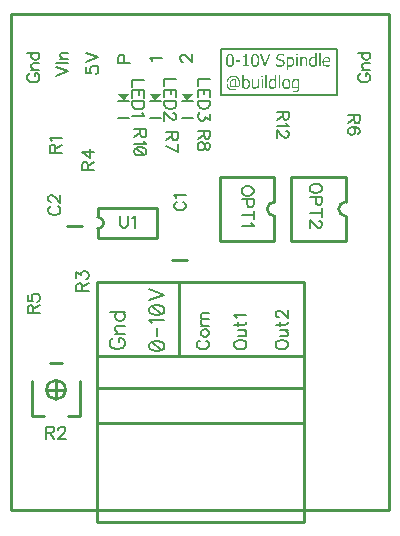
<source format=gbr>
G04 DipTrace 4.0.0.2*
G04 TopSilk.gbr*
%MOIN*%
G04 #@! TF.FileFunction,Legend,Top*
G04 #@! TF.Part,Single*
%ADD10C,0.009843*%
%ADD19C,0.008*%
%ADD28C,0.005906*%
%ADD56C,0.006176*%
%ADD57C,0.00772*%
%FSLAX26Y26*%
G04*
G70*
G90*
G75*
G01*
G04 TopSilk*
%LPD*%
X982071Y1227640D2*
D10*
X930929D1*
X1090949Y1502941D2*
Y1290374D1*
X1272051Y1502941D2*
X1090949D1*
Y1290374D2*
X1272051D1*
Y1502941D2*
Y1420290D1*
Y1290374D2*
Y1373025D1*
Y1420290D2*
G03X1272051Y1373025I-1J-23633D01*
G01*
X680909Y799094D2*
Y684945D1*
X1369886D1*
Y799094D1*
X680909D1*
Y905417D2*
Y354236D1*
X1369886D1*
Y905417D1*
X680909D1*
X683073Y1299112D2*
X879927D1*
X683073Y1401487D2*
X879927D1*
Y1299112D2*
Y1401487D1*
X683073Y1330605D2*
Y1299112D1*
Y1369993D2*
Y1401487D1*
Y1330605D2*
G03X683073Y1369993I-9J19694D01*
G01*
X632071Y1340140D2*
X580929D1*
X512500Y794004D2*
G02X512500Y794004I31500J0D01*
G01*
X575500Y793995D2*
X512500D1*
X544000Y762507D2*
Y825501D1*
X563677Y882583D2*
X524323D1*
X465259Y823524D2*
Y705425D1*
X504629D2*
X465259D1*
X583371D2*
X622741D1*
Y823524D1*
X1328449Y1502941D2*
Y1290374D1*
X1509551Y1502941D2*
X1328449D1*
Y1290374D2*
X1509551D1*
Y1502941D2*
Y1420290D1*
Y1290374D2*
Y1373025D1*
Y1420290D2*
G03X1509551Y1373025I-1J-23633D01*
G01*
X394000Y2047543D2*
Y394000D1*
X1653843D1*
Y2047543D1*
X394000D1*
G36*
X769000Y1756500D2*
X787751Y1781500D1*
X750249D1*
D1*
X769000Y1756500D1*
G37*
X787751D2*
D28*
X750249D1*
X787751Y1700249D2*
X750249D1*
G36*
X875251Y1756500D2*
X894001Y1781500D1*
X856500D1*
D1*
X875251Y1756500D1*
G37*
X894001D2*
D28*
X856500D1*
X894001Y1700249D2*
X856500D1*
G36*
X981500Y1756500D2*
X1000251Y1781500D1*
X962749D1*
D1*
X981500Y1756500D1*
G37*
X1000251D2*
D28*
X962749D1*
X1000251Y1700249D2*
X962749D1*
X680909Y1151874D2*
D10*
X955024D1*
Y905417D1*
X680909D1*
Y1151874D1*
X955024D2*
X1369886D1*
Y905417D1*
X955024D1*
Y1151874D1*
X1094000Y1931500D2*
D19*
X1481500D1*
Y1775249D1*
X1094000D1*
Y1931500D1*
G36*
X1390661Y1899303D2*
Y1898778D1*
X1389611Y1897728D1*
X1388561Y1895629D1*
X1387511Y1892479D1*
Y1881980D1*
X1388036Y1879881D1*
X1388561Y1878306D1*
X1390136Y1875156D1*
X1392761Y1872532D1*
X1394860Y1871482D1*
X1396435Y1870957D1*
X1401160D1*
X1402734Y1871482D1*
X1405884Y1873057D1*
X1407459Y1874631D1*
X1407948Y1874457D1*
X1408509Y1874106D1*
Y1872007D1*
X1413233D1*
Y1916101D1*
X1408509D1*
Y1902453D1*
X1407952Y1901883D1*
X1407680Y1901968D1*
X1407459Y1902453D1*
X1406409Y1902978D1*
X1403259Y1904028D1*
X1398010D1*
X1396435Y1903503D1*
X1393286Y1901928D1*
X1390661Y1899303D1*
X1398535D1*
X1400460Y1899828D1*
X1402385D1*
X1404309Y1899303D1*
X1406409Y1898778D1*
X1408509Y1897728D1*
Y1879356D1*
X1407459Y1878306D1*
X1404309Y1876731D1*
X1402734Y1876206D1*
X1400985Y1875681D1*
X1399235D1*
X1397485Y1876206D1*
X1395910Y1876731D1*
X1393811Y1878831D1*
Y1879356D1*
X1393286Y1880406D1*
X1392761Y1882505D1*
X1392236Y1883030D1*
Y1891429D1*
X1392761Y1891954D1*
X1393286Y1894054D1*
X1393811Y1895104D1*
X1394860Y1896679D1*
X1394963Y1897051D1*
X1395385Y1897728D1*
X1398535Y1899303D1*
X1390661D1*
G37*
G36*
X1421632Y1915576D2*
Y1872007D1*
X1426357D1*
Y1915576D1*
X1421632D1*
G37*
G36*
X1114021Y1909802D2*
X1113848Y1909165D1*
X1113496Y1908752D1*
X1112971Y1907702D1*
X1111921Y1904553D1*
X1111396Y1902453D1*
X1110871Y1899303D1*
Y1886180D1*
X1111396Y1883030D1*
X1111921Y1880931D1*
X1112971Y1877781D1*
X1113496Y1876731D1*
X1114546Y1875156D1*
X1117170Y1872532D1*
X1119270Y1871482D1*
X1121370Y1870957D1*
X1126619D1*
X1129769Y1872007D1*
X1131343Y1873057D1*
X1132918Y1874631D1*
X1133968Y1876206D1*
X1135018Y1878306D1*
X1136068Y1881456D1*
X1136593Y1884080D1*
X1137118Y1888280D1*
Y1896679D1*
X1136593Y1901403D1*
X1136068Y1904028D1*
X1135018Y1907177D1*
X1133968Y1909277D1*
X1132918Y1910852D1*
X1131343Y1912427D1*
X1128194Y1914001D1*
X1126094Y1914526D1*
X1121370D1*
X1119270Y1914001D1*
X1117170Y1912952D1*
X1114021Y1909802D1*
X1121370D1*
X1123119Y1910327D1*
X1124869D1*
X1126619Y1909802D1*
X1127669Y1909277D1*
X1129769Y1907177D1*
Y1906652D1*
X1130294Y1905603D1*
X1130818Y1903503D1*
X1131343Y1899828D1*
X1131868Y1899303D1*
Y1886180D1*
X1131343Y1885655D1*
X1130818Y1881980D1*
X1130294Y1879881D1*
X1129769Y1878831D1*
Y1878306D1*
X1127669Y1876206D1*
X1124519Y1875156D1*
X1122944D1*
X1121370Y1875681D1*
X1119270Y1876731D1*
X1118647Y1877321D1*
X1118745Y1877781D1*
X1117695Y1879356D1*
X1117170Y1880931D1*
X1116645Y1883555D1*
X1116120Y1884080D1*
Y1901403D1*
X1116645Y1901928D1*
X1117170Y1904553D1*
X1117695Y1906127D1*
X1118745Y1907702D1*
X1118847Y1908074D1*
X1119270Y1908752D1*
X1121370Y1909802D1*
X1114021D1*
G37*
G36*
X1198010D2*
X1197838Y1909165D1*
X1197485Y1908752D1*
X1196960Y1907702D1*
X1195910Y1904553D1*
X1195385Y1902453D1*
X1194860Y1899303D1*
Y1886180D1*
X1195385Y1883030D1*
X1195910Y1880931D1*
X1196960Y1877781D1*
X1197485Y1876731D1*
X1198535Y1875156D1*
X1201160Y1872532D1*
X1203259Y1871482D1*
X1205359Y1870957D1*
X1210609D1*
X1213758Y1872007D1*
X1215333Y1873057D1*
X1216908Y1874631D1*
X1217958Y1876206D1*
X1219007Y1878306D1*
X1220057Y1881456D1*
X1220582Y1884080D1*
X1221107Y1888280D1*
Y1896679D1*
X1220582Y1901403D1*
X1220057Y1904028D1*
X1219007Y1907177D1*
X1217958Y1909277D1*
X1216908Y1910852D1*
X1215333Y1912427D1*
X1212183Y1914001D1*
X1210084Y1914526D1*
X1205359D1*
X1203259Y1914001D1*
X1201160Y1912952D1*
X1198010Y1909802D1*
X1205359D1*
X1207109Y1910327D1*
X1208859D1*
X1210609Y1909802D1*
X1211658Y1909277D1*
X1213758Y1907177D1*
Y1906652D1*
X1214283Y1905603D1*
X1214808Y1903503D1*
X1215333Y1899828D1*
X1215858Y1899303D1*
Y1886180D1*
X1215333Y1885655D1*
X1214808Y1881980D1*
X1214283Y1879881D1*
X1213758Y1878831D1*
Y1878306D1*
X1211658Y1876206D1*
X1208509Y1875156D1*
X1206934D1*
X1205359Y1875681D1*
X1203259Y1876731D1*
X1202637Y1877321D1*
X1202734Y1877781D1*
X1201685Y1879356D1*
X1201160Y1880931D1*
X1200635Y1883555D1*
X1200110Y1884080D1*
Y1901403D1*
X1200635Y1901928D1*
X1201160Y1904553D1*
X1201685Y1906127D1*
X1202734Y1907702D1*
X1202837Y1908074D1*
X1203259Y1908752D1*
X1205359Y1909802D1*
X1198010D1*
G37*
G36*
X1289874Y1914526D2*
X1287774Y1914001D1*
X1286199Y1913477D1*
X1284099Y1912427D1*
X1280425Y1908752D1*
X1279375Y1906652D1*
X1278850Y1904553D1*
Y1900353D1*
X1279375Y1898253D1*
X1280425Y1896154D1*
X1283049Y1893529D1*
X1286199Y1891954D1*
X1287774Y1891429D1*
X1294073Y1889854D1*
X1297223Y1888805D1*
X1299322Y1887755D1*
X1299745Y1887077D1*
X1299847Y1886705D1*
X1300897Y1884080D1*
X1301422Y1883555D1*
Y1881456D1*
X1300897Y1880931D1*
X1300372Y1879356D1*
Y1878831D1*
X1298797Y1877256D1*
X1296698Y1876206D1*
X1295123Y1875681D1*
X1292848Y1875156D1*
X1290574D1*
X1288299Y1875681D1*
X1285149Y1876731D1*
X1280950Y1878831D1*
X1278850Y1880931D1*
Y1874106D1*
X1279375Y1873582D1*
X1282000Y1872532D1*
X1285149Y1871482D1*
X1288299Y1870957D1*
X1295123D1*
X1297223Y1871482D1*
X1298797Y1872007D1*
X1300897Y1873057D1*
X1302997Y1874631D1*
X1304572Y1876731D1*
X1305622Y1878831D1*
X1306147Y1880406D1*
X1306672Y1883030D1*
Y1884080D1*
X1306147Y1887230D1*
X1304572Y1890379D1*
X1302997Y1891954D1*
X1301422Y1893004D1*
X1300372Y1893529D1*
X1297223Y1894579D1*
X1290923Y1896154D1*
X1287774Y1897204D1*
X1286724Y1897728D1*
X1284624Y1899828D1*
Y1900878D1*
X1284099Y1901403D1*
Y1905078D1*
X1284624Y1905603D1*
X1285674Y1907177D1*
X1287249Y1908752D1*
X1288299Y1909277D1*
X1289874Y1909802D1*
X1291973Y1910327D1*
X1294073D1*
X1298273Y1909277D1*
X1299847Y1908752D1*
X1301947Y1907702D1*
X1302472Y1907177D1*
X1304572Y1905603D1*
Y1911902D1*
X1304047Y1912427D1*
X1302997Y1912952D1*
X1301422Y1913477D1*
X1299322Y1914001D1*
X1296173Y1914526D1*
X1289874D1*
G37*
G36*
X1175963Y1913477D2*
Y1912427D1*
X1175438Y1911902D1*
Y1910852D1*
X1173863Y1909277D1*
X1172813Y1908752D1*
X1170713Y1908227D1*
X1167564Y1907702D1*
Y1904553D1*
X1174913Y1904028D1*
Y1876206D1*
X1167564Y1875681D1*
Y1872007D1*
X1186986D1*
Y1875681D1*
X1179637Y1876206D1*
Y1913477D1*
X1175963D1*
G37*
G36*
X1223732D2*
Y1912952D1*
X1224257Y1911902D1*
X1228456Y1899303D1*
X1228981Y1898253D1*
X1233181Y1885655D1*
X1233706Y1884605D1*
X1237905Y1872007D1*
X1243679D1*
X1244204Y1872532D1*
X1248404Y1885130D1*
X1248929Y1886180D1*
X1253128Y1898778D1*
X1253653Y1899828D1*
X1257853Y1912427D1*
Y1913477D1*
X1253128D1*
X1252603Y1912952D1*
X1241580Y1879881D1*
X1241446Y1879261D1*
X1241024Y1878782D1*
X1240753Y1878870D1*
X1240415Y1879448D1*
X1240530Y1879881D1*
X1229506Y1912952D1*
X1228981Y1913477D1*
X1223732D1*
G37*
G36*
X1343942D2*
Y1908752D1*
X1349716D1*
Y1913477D1*
X1343942D1*
G37*
G36*
X1312446Y1898778D2*
Y1860458D1*
X1317170D1*
Y1873057D1*
X1317562Y1873394D1*
X1317834Y1873363D1*
X1318220Y1873057D1*
X1319270Y1872532D1*
X1322420Y1871482D1*
X1327669D1*
X1329244Y1872007D1*
X1331343Y1873057D1*
X1332918Y1874106D1*
X1334493Y1875681D1*
X1335543Y1877256D1*
X1337118Y1880406D1*
X1337643Y1881980D1*
X1338168Y1884080D1*
Y1893004D1*
X1337643Y1895104D1*
X1337118Y1896679D1*
X1335543Y1899828D1*
X1332918Y1902453D1*
X1330818Y1903503D1*
X1329244Y1904028D1*
X1325044D1*
X1322944Y1903503D1*
X1319795Y1901928D1*
X1318220Y1900353D1*
X1317451Y1900406D1*
X1317170Y1900878D1*
Y1902978D1*
X1312446D1*
Y1898778D1*
X1322944D1*
X1324694Y1899303D1*
X1326444D1*
X1328194Y1898778D1*
X1330294Y1897728D1*
X1331868Y1896154D1*
Y1895629D1*
X1332393Y1894054D1*
X1332918Y1891429D1*
X1333443Y1890904D1*
Y1884605D1*
X1332918Y1884080D1*
X1332393Y1881980D1*
X1331868Y1880406D1*
Y1879881D1*
X1329244Y1877256D1*
X1327144Y1876206D1*
X1325044Y1875681D1*
X1322944D1*
X1320845Y1876206D1*
X1317695Y1877256D1*
X1317170Y1877781D1*
Y1895629D1*
X1317695Y1896154D1*
X1318745Y1896679D1*
X1319270Y1897204D1*
X1321370Y1898253D1*
X1322944Y1898778D1*
X1312446D1*
G37*
G36*
X1370189Y1904028D2*
X1368089Y1903503D1*
X1365989Y1902453D1*
X1364414Y1901403D1*
X1363364Y1900353D1*
X1362808Y1899783D1*
X1362536Y1899868D1*
X1362315Y1900353D1*
Y1902978D1*
X1357590D1*
Y1872007D1*
X1362315D1*
Y1895104D1*
X1363889Y1896679D1*
X1364939Y1897204D1*
X1365464Y1897728D1*
X1366514Y1898253D1*
X1368089Y1898778D1*
X1369839Y1899303D1*
X1371588D1*
X1373338Y1898778D1*
X1374388Y1898253D1*
X1375963Y1896679D1*
Y1895629D1*
X1376488Y1890379D1*
X1377013Y1872007D1*
X1381212D1*
Y1896679D1*
X1380687Y1898253D1*
X1379637Y1900353D1*
X1377013Y1902978D1*
X1375963Y1903503D1*
X1373863Y1904028D1*
X1370189D1*
G37*
G36*
X1436330Y1899828D2*
X1435805Y1899303D1*
X1434755Y1897728D1*
X1433706Y1895629D1*
X1432656Y1892479D1*
X1432131Y1887755D1*
Y1887230D1*
X1432656Y1882505D1*
X1433706Y1879356D1*
X1434231Y1878306D1*
X1435280Y1876731D1*
X1437905Y1874106D1*
X1441055Y1872532D1*
X1442630Y1872007D1*
X1444729Y1871482D1*
X1451028D1*
X1455228Y1872532D1*
X1457853Y1873582D1*
X1458378Y1874106D1*
Y1879356D1*
X1457853Y1878831D1*
X1454703Y1877256D1*
X1453128Y1876731D1*
X1448929Y1875681D1*
X1446829D1*
X1444729Y1876206D1*
X1443154Y1876731D1*
X1441055Y1877781D1*
X1438430Y1880406D1*
Y1880931D1*
X1437905Y1882505D1*
X1437380Y1883030D1*
Y1886705D1*
X1458902Y1887230D1*
Y1894054D1*
X1458378Y1896154D1*
X1457853Y1897728D1*
X1456803Y1899303D1*
X1453653Y1902453D1*
X1451553Y1903503D1*
X1449454Y1904028D1*
X1444204D1*
X1442105Y1903503D1*
X1440530Y1902978D1*
X1439480Y1902453D1*
X1437380Y1900878D1*
X1436330Y1899828D1*
X1443679D1*
X1445604Y1900353D1*
X1447529D1*
X1449454Y1899828D1*
X1451553Y1898778D1*
X1453128Y1897204D1*
Y1896679D1*
X1453653Y1895629D1*
X1454178Y1893004D1*
X1454703Y1892479D1*
Y1891429D1*
X1448929Y1890904D1*
X1443154D1*
X1437380Y1891429D1*
Y1893529D1*
X1437905Y1894054D1*
X1438430Y1895629D1*
Y1896154D1*
X1441055Y1898778D1*
X1442105Y1899303D1*
X1443679Y1899828D1*
X1436330D1*
G37*
G36*
X1344467Y1902978D2*
Y1872007D1*
X1349191D1*
Y1902978D1*
X1344467D1*
G37*
G36*
X1142367Y1892479D2*
Y1887755D1*
X1157590D1*
Y1892479D1*
X1142367D1*
G37*
G36*
X1256278Y1825812D2*
Y1825288D1*
X1255228Y1824238D1*
X1254178Y1822138D1*
X1253128Y1818988D1*
Y1808490D1*
X1253653Y1806390D1*
X1254178Y1804815D1*
X1255753Y1801666D1*
X1258378Y1799041D1*
X1260477Y1797991D1*
X1262052Y1797466D1*
X1266776D1*
X1268351Y1797991D1*
X1271501Y1799566D1*
X1273076Y1801141D1*
X1273565Y1800966D1*
X1274126Y1800616D1*
Y1798516D1*
X1278850D1*
Y1842610D1*
X1274126D1*
Y1828962D1*
X1273569Y1828392D1*
X1273297Y1828477D1*
X1273076Y1828962D1*
X1272026Y1829487D1*
X1268876Y1830537D1*
X1263627D1*
X1262052Y1830012D1*
X1258902Y1828437D1*
X1256278Y1825812D1*
X1264152D1*
X1266077Y1826337D1*
X1268001D1*
X1269926Y1825812D1*
X1272026Y1825288D1*
X1274126Y1824238D1*
Y1805865D1*
X1273076Y1804815D1*
X1269926Y1803240D1*
X1268351Y1802715D1*
X1266602Y1802190D1*
X1264852D1*
X1263102Y1802715D1*
X1261527Y1803240D1*
X1259427Y1805340D1*
Y1805865D1*
X1258902Y1806915D1*
X1258378Y1809015D1*
X1257853Y1809540D1*
Y1817938D1*
X1258378Y1818463D1*
X1258902Y1820563D1*
X1259427Y1821613D1*
X1260477Y1823188D1*
X1260579Y1823560D1*
X1261002Y1824238D1*
X1264152Y1825812D1*
X1256278D1*
G37*
G36*
X1164939Y1825288D2*
Y1798516D1*
X1169139D1*
Y1799041D1*
X1169839Y1799566D1*
X1170539D1*
X1171238Y1799041D1*
X1173338Y1797991D1*
X1175438Y1797466D1*
X1180162D1*
X1181737Y1797991D1*
X1183837Y1799041D1*
X1185412Y1800091D1*
X1186986Y1801666D1*
X1188036Y1803240D1*
X1189611Y1806390D1*
X1190136Y1807965D1*
X1190661Y1810064D1*
Y1818988D1*
X1190136Y1821613D1*
X1189611Y1823188D1*
X1188561Y1825288D1*
X1187511Y1826862D1*
X1185412Y1828962D1*
X1183312Y1830012D1*
X1181737Y1830537D1*
X1177013D1*
X1175438Y1830012D1*
X1172288Y1828437D1*
X1170713Y1826862D1*
X1169944Y1826916D1*
X1169664Y1827387D1*
Y1842085D1*
X1164939D1*
Y1825288D1*
X1175438D1*
X1177188Y1825812D1*
X1178937D1*
X1180687Y1825288D1*
X1182787Y1824238D1*
X1184362Y1822663D1*
Y1822138D1*
X1184887Y1820563D1*
X1185412Y1817938D1*
X1185937Y1817414D1*
Y1810589D1*
X1185412Y1810064D1*
X1184887Y1807965D1*
X1184362Y1806390D1*
X1183312Y1804815D1*
X1183139Y1804178D1*
X1182787Y1803765D1*
X1179637Y1802190D1*
X1177713Y1801666D1*
X1175788D1*
X1173863Y1802190D1*
X1171763Y1802715D1*
X1169664Y1803765D1*
Y1822138D1*
X1170713Y1823188D1*
X1173863Y1824763D1*
X1175438Y1825288D1*
X1164939D1*
G37*
G36*
X1242105Y1842085D2*
Y1798516D1*
X1246829D1*
Y1842085D1*
X1242105D1*
G37*
G36*
X1287249D2*
Y1798516D1*
X1291973D1*
Y1842085D1*
X1287249D1*
G37*
G36*
X1144467Y1806915D2*
Y1829487D1*
X1140792D1*
X1140601Y1828842D1*
X1140043Y1828394D1*
X1139568Y1828478D1*
X1139217Y1828962D1*
X1136068Y1830012D1*
X1131868D1*
X1130294Y1829487D1*
X1129244Y1828962D1*
X1127144Y1827387D1*
X1126094Y1826337D1*
X1125044Y1824763D1*
X1123994Y1822663D1*
X1123469Y1821088D1*
X1122944Y1817938D1*
Y1814264D1*
X1123469Y1811114D1*
X1123994Y1809015D1*
X1125044Y1806915D1*
X1128194Y1803765D1*
X1129244Y1803240D1*
X1130818Y1802715D1*
X1135018D1*
X1136593Y1803240D1*
X1137643Y1803765D1*
X1139217Y1804815D1*
X1139742Y1805340D1*
X1140134Y1805677D1*
X1140400Y1805633D1*
X1140699Y1805199D1*
X1141317Y1802715D1*
X1152866D1*
X1153391Y1803240D1*
X1154965Y1806390D1*
X1156015Y1809540D1*
X1156540Y1811639D1*
X1157065Y1815314D1*
Y1818988D1*
X1156540Y1823188D1*
X1156015Y1825288D1*
X1154965Y1828437D1*
X1153391Y1831587D1*
X1152341Y1833162D1*
X1148141Y1837361D1*
X1146567Y1838411D1*
X1144467Y1839461D1*
X1141317Y1840511D1*
X1138692Y1841036D1*
X1131868D1*
X1129244Y1840511D1*
X1126094Y1839461D1*
X1123994Y1838411D1*
X1122420Y1837361D1*
X1119795Y1835261D1*
X1118745Y1834211D1*
X1116645Y1831587D1*
X1115595Y1830012D1*
X1113496Y1825812D1*
X1112971Y1824238D1*
X1112446Y1821613D1*
Y1811114D1*
X1112971Y1809015D1*
X1114021Y1805865D1*
X1115595Y1802715D1*
X1116645Y1801141D1*
X1121895Y1795891D1*
X1124519Y1794316D1*
X1127144Y1793267D1*
X1128719Y1792742D1*
X1131343Y1792217D1*
X1139742D1*
X1143417Y1792742D1*
X1144467Y1793267D1*
Y1796416D1*
X1143942D1*
X1140267Y1795891D1*
X1137293Y1795366D1*
X1134318D1*
X1131343Y1795891D1*
X1128719Y1796416D1*
X1127144Y1796941D1*
X1125044Y1797991D1*
X1124519Y1798516D1*
X1123469Y1799041D1*
X1119270Y1803240D1*
Y1803765D1*
X1118220Y1805340D1*
X1117695Y1806390D1*
X1116645Y1809540D1*
X1116120Y1812689D1*
X1115595Y1813214D1*
Y1820038D1*
X1116120Y1820563D1*
X1116645Y1823188D1*
X1117695Y1826337D1*
X1118220Y1827387D1*
X1119270Y1828962D1*
X1121370Y1831587D1*
X1121472Y1831959D1*
X1121895Y1832637D1*
X1122944Y1833162D1*
X1124519Y1834736D1*
X1127669Y1836311D1*
X1129244Y1836836D1*
X1131343Y1837361D1*
X1133968Y1837886D1*
X1136593D1*
X1139217Y1837361D1*
X1141317Y1836836D1*
X1142892Y1836311D1*
X1146042Y1834736D1*
X1149716Y1831062D1*
Y1830537D1*
X1150766Y1828962D1*
X1151291Y1827912D1*
X1152341Y1824763D1*
X1152866Y1822663D1*
X1153391Y1822138D1*
Y1811114D1*
X1152866Y1810589D1*
X1152341Y1807965D1*
X1151816Y1806390D1*
Y1805865D1*
X1149366Y1805340D1*
X1146916D1*
X1144467Y1805865D1*
Y1806915D1*
X1136068D1*
X1134493Y1806390D1*
X1132918D1*
X1131343Y1806915D1*
X1130294Y1807440D1*
X1128719Y1809015D1*
Y1809540D1*
X1128194Y1811114D1*
X1127669Y1814264D1*
X1127144Y1814789D1*
Y1817414D1*
X1127669Y1817938D1*
X1128194Y1821088D1*
X1128719Y1822663D1*
Y1823188D1*
X1130294Y1824763D1*
X1132393Y1825812D1*
X1134143Y1826337D1*
X1135893D1*
X1137643Y1825812D1*
X1139217Y1825288D1*
X1140267Y1824763D1*
X1140792Y1824238D1*
Y1809540D1*
X1139742Y1809015D1*
X1138168Y1807965D1*
X1136068Y1806915D1*
X1144467D1*
G37*
G36*
X1228456Y1839986D2*
Y1835261D1*
X1234231D1*
Y1839986D1*
X1228456D1*
G37*
G36*
X1301422Y1825812D2*
X1300897Y1825288D1*
X1299847Y1823713D1*
X1299322Y1822663D1*
X1298797Y1821088D1*
X1298273Y1818988D1*
Y1809015D1*
X1298797Y1806915D1*
X1299322Y1805865D1*
X1299847Y1804290D1*
X1300897Y1802715D1*
X1304047Y1799566D1*
X1305622Y1798516D1*
X1307196Y1797991D1*
X1309296Y1797466D1*
X1314546D1*
X1316645Y1797991D1*
X1319795Y1799566D1*
X1322944Y1802715D1*
X1324519Y1805865D1*
X1325044Y1807440D1*
X1325569Y1809540D1*
Y1818463D1*
X1325044Y1820563D1*
X1324519Y1822138D1*
X1323469Y1824238D1*
X1322420Y1825812D1*
X1319795Y1828437D1*
X1316645Y1830012D1*
X1314546Y1830537D1*
X1309296D1*
X1307196Y1830012D1*
X1304047Y1828437D1*
X1301422Y1825812D1*
X1309296D1*
X1311046Y1826337D1*
X1312796D1*
X1314546Y1825812D1*
X1316120Y1825288D1*
X1316645Y1824763D1*
X1317695Y1824238D1*
X1318118Y1823560D1*
X1318220Y1823188D1*
X1319270Y1821613D1*
X1319795Y1820038D1*
X1320320Y1817938D1*
X1320845Y1817414D1*
Y1810589D1*
X1320320Y1810064D1*
X1319795Y1807965D1*
X1319270Y1806390D1*
X1318220Y1804815D1*
X1318048Y1804178D1*
X1317695Y1803765D1*
X1316645Y1803240D1*
X1316120Y1802715D1*
X1314546Y1802190D1*
X1312796Y1801666D1*
X1311046D1*
X1309296Y1802190D1*
X1307721Y1802715D1*
X1306672Y1803240D1*
X1305097Y1804815D1*
Y1805340D1*
X1304047Y1807440D1*
X1303522Y1809540D1*
X1302997Y1810064D1*
Y1818463D1*
X1303522Y1818988D1*
X1304047Y1820563D1*
X1305097Y1822663D1*
Y1823188D1*
X1306672Y1824763D1*
X1307721Y1825288D1*
X1309296Y1825812D1*
X1301422D1*
G37*
G36*
X1332918D2*
X1332393Y1825288D1*
X1330294Y1821088D1*
X1329769Y1818988D1*
Y1809015D1*
X1330294Y1806915D1*
X1331868Y1803765D1*
X1335018Y1800616D1*
X1337118Y1799566D1*
X1338692Y1799041D1*
X1343942D1*
X1345517Y1799566D1*
X1348666Y1801141D1*
X1349716Y1802190D1*
X1350108Y1802528D1*
X1350380Y1802497D1*
X1350766Y1802190D1*
Y1796941D1*
X1350241Y1796416D1*
X1349716Y1794841D1*
X1349191Y1793791D1*
X1349019Y1793155D1*
X1348666Y1792742D1*
X1346567Y1791692D1*
X1344992Y1791167D1*
X1342892Y1790642D1*
X1340792D1*
X1338692Y1791167D1*
X1332918Y1792742D1*
X1332393D1*
Y1788017D1*
X1332918Y1787492D1*
X1335018Y1786967D1*
X1337643Y1786442D1*
X1344467D1*
X1347091Y1786967D1*
X1348666Y1787492D1*
X1349716Y1788017D1*
X1351816Y1789592D1*
X1352341Y1790117D1*
X1353391Y1791692D1*
X1354441Y1793791D1*
X1354965Y1795366D1*
X1355490Y1798516D1*
Y1829487D1*
X1350766D1*
X1350575Y1828842D1*
X1350016Y1828394D1*
X1349541Y1828478D1*
X1349191Y1828962D1*
X1347091Y1830012D1*
X1344992Y1830537D1*
X1340267D1*
X1338692Y1830012D1*
X1335543Y1828437D1*
X1332918Y1825812D1*
X1340792D1*
X1342717Y1826337D1*
X1344642D1*
X1346567Y1825812D1*
X1349716Y1824763D1*
X1350766Y1824238D1*
Y1806915D1*
X1349716Y1805865D1*
X1346567Y1804290D1*
X1344992Y1803765D1*
X1343242Y1803240D1*
X1341492D1*
X1339742Y1803765D1*
X1338168Y1804290D1*
X1335543Y1806915D1*
Y1807965D1*
X1335018Y1809540D1*
X1334493Y1810064D1*
Y1818463D1*
X1335018Y1818988D1*
X1335543Y1820563D1*
X1336593Y1822663D1*
Y1823188D1*
X1337643Y1824238D1*
X1340792Y1825812D1*
X1332918D1*
G37*
G36*
X1196435Y1829487D2*
Y1806915D1*
X1196960Y1804290D1*
X1197485Y1802715D1*
X1198010Y1801666D1*
X1201160Y1798516D1*
X1202210Y1797991D1*
X1203784Y1797466D1*
X1207984D1*
X1210084Y1797991D1*
X1212183Y1799041D1*
X1214283Y1800616D1*
X1214808Y1801141D1*
X1215200Y1801478D1*
X1215472Y1801447D1*
X1215858Y1801141D1*
Y1798516D1*
X1220582D1*
Y1829487D1*
X1215858D1*
Y1805865D1*
X1214808Y1805340D1*
X1214283Y1804815D1*
X1210084Y1802715D1*
X1208334Y1802190D1*
X1206584D1*
X1204834Y1802715D1*
X1203784Y1803240D1*
X1202210Y1804815D1*
Y1805340D1*
X1201685Y1807440D1*
X1201160Y1829487D1*
X1196435D1*
G37*
G36*
X1228981D2*
Y1798516D1*
X1233706D1*
Y1829487D1*
X1228981D1*
G37*
X854569Y938311D2*
D57*
X856946Y931126D1*
X864131Y926318D1*
X876069Y923941D1*
X883254D1*
X895192Y926318D1*
X902377Y931126D1*
X904754Y938311D1*
Y943064D1*
X902377Y950249D1*
X895192Y955003D1*
X883254Y957435D1*
X876069D1*
X864131Y955003D1*
X856946Y950249D1*
X854569Y943064D1*
Y938311D1*
X864131Y955003D2*
X895192Y926318D1*
X879661Y972874D2*
Y1000509D1*
X864131Y1015948D2*
X861699Y1020756D1*
X854569Y1027941D1*
X904754D1*
X854569Y1057751D2*
X856946Y1050566D1*
X864131Y1045757D1*
X876069Y1043381D1*
X883254D1*
X895192Y1045757D1*
X902377Y1050566D1*
X904754Y1057751D1*
Y1062504D1*
X902377Y1069689D1*
X895192Y1074442D1*
X883254Y1076874D1*
X876069D1*
X864131Y1074442D1*
X856946Y1069689D1*
X854569Y1062504D1*
Y1057751D1*
X864131Y1074442D2*
X895192Y1045757D1*
X854514Y1092313D2*
X904754Y1111436D1*
X854514Y1130560D1*
X735201Y966062D2*
X730448Y963685D1*
X725640Y958877D1*
X723263Y954124D1*
Y944562D1*
X725640Y939753D1*
X730448Y935000D1*
X735201Y932568D1*
X742386Y930192D1*
X754380D1*
X761510Y932568D1*
X766318Y935000D1*
X771071Y939753D1*
X773503Y944562D1*
Y954124D1*
X771071Y958877D1*
X766318Y963685D1*
X761510Y966062D1*
X754380D1*
Y954124D1*
X740010Y981501D2*
X773503D1*
X749571D2*
X742386Y988686D1*
X740010Y993494D1*
Y1000624D1*
X742386Y1005433D1*
X749571Y1007809D1*
X773503D1*
X723263Y1051933D2*
X773503D1*
X747195D2*
X742386Y1047180D1*
X740010Y1042372D1*
Y1035187D1*
X742386Y1030434D1*
X747195Y1025625D1*
X754380Y1023249D1*
X759133D1*
X766318Y1025625D1*
X771071Y1030434D1*
X773503Y1035187D1*
Y1042372D1*
X771071Y1047180D1*
X766318Y1051933D1*
X1560673Y1848461D2*
D56*
X1556870Y1846560D1*
X1553023Y1842713D1*
X1551122Y1838910D1*
Y1831261D1*
X1553023Y1827414D1*
X1556870Y1823612D1*
X1560673Y1821666D1*
X1566421Y1819765D1*
X1576015D1*
X1581719Y1821666D1*
X1585566Y1823612D1*
X1589369Y1827414D1*
X1591314Y1831261D1*
Y1838910D1*
X1589369Y1842713D1*
X1585566Y1846560D1*
X1581719Y1848461D1*
X1576015D1*
Y1838910D1*
X1564519Y1860812D2*
X1591314D1*
X1572169D2*
X1566421Y1866560D1*
X1564519Y1870407D1*
Y1876111D1*
X1566421Y1879958D1*
X1572169Y1881859D1*
X1591314D1*
X1551122Y1917158D2*
X1591314D1*
X1570267D2*
X1566421Y1913356D1*
X1564519Y1909509D1*
Y1903761D1*
X1566421Y1899958D1*
X1570267Y1896112D1*
X1576015Y1894210D1*
X1579818D1*
X1585566Y1896112D1*
X1589369Y1899958D1*
X1591314Y1903761D1*
Y1909509D1*
X1589369Y1913356D1*
X1585566Y1917158D1*
X458163Y1848461D2*
X454361Y1846560D1*
X450514Y1842713D1*
X448613Y1838910D1*
Y1831261D1*
X450514Y1827414D1*
X454361Y1823612D1*
X458163Y1821666D1*
X463911Y1819765D1*
X473506D1*
X479210Y1821666D1*
X483057Y1823612D1*
X486859Y1827414D1*
X488805Y1831261D1*
Y1838910D1*
X486859Y1842713D1*
X483057Y1846560D1*
X479210Y1848461D1*
X473506D1*
Y1838910D1*
X462010Y1860812D2*
X488805D1*
X469660D2*
X463911Y1866560D1*
X462010Y1870407D1*
Y1876111D1*
X463911Y1879958D1*
X469660Y1881859D1*
X488805D1*
X448613Y1917158D2*
X488805D1*
X467758D2*
X463911Y1913356D1*
X462010Y1909509D1*
Y1903761D1*
X463911Y1899958D1*
X467758Y1896112D1*
X473506Y1894210D1*
X477309D1*
X483057Y1896112D1*
X486859Y1899958D1*
X488805Y1903761D1*
Y1909509D1*
X486859Y1913356D1*
X483057Y1917158D1*
X772169Y1884273D2*
Y1901517D1*
X770267Y1907221D1*
X768322Y1909166D1*
X764519Y1911068D1*
X758771D1*
X754969Y1909166D1*
X753023Y1907221D1*
X751122Y1901517D1*
Y1884273D1*
X791314D1*
X544873Y1840811D2*
X585065Y1856110D1*
X544873Y1871408D1*
Y1883760D2*
X585065D1*
X558270Y1896111D2*
X585065D1*
X565919D2*
X560171Y1901859D1*
X558270Y1905706D1*
Y1911410D1*
X560171Y1915256D1*
X565919Y1917158D1*
X585065D1*
X644917Y1870363D2*
Y1851261D1*
X662117Y1849360D1*
X660216Y1851261D1*
X658270Y1857009D1*
Y1862713D1*
X660216Y1868461D1*
X664018Y1872308D1*
X669766Y1874209D1*
X673569D1*
X679317Y1872308D1*
X683163Y1868461D1*
X685065Y1862713D1*
Y1857009D1*
X683163Y1851261D1*
X681218Y1849360D1*
X677415Y1847415D1*
X644873Y1886561D2*
X685065Y1901859D1*
X644873Y1917158D1*
X966968Y1888313D2*
X965066D1*
X961219Y1890214D1*
X959318Y1892115D1*
X957417Y1895962D1*
Y1903611D1*
X959318Y1907414D1*
X961219Y1909315D1*
X965066Y1911261D1*
X968869D1*
X972716Y1909315D1*
X978419Y1905513D1*
X997565Y1886367D1*
Y1913162D1*
X865066Y1891067D2*
X863121Y1894914D1*
X857417Y1900662D1*
X897565D1*
X1138622Y940916D2*
X1140523Y937069D1*
X1144370Y933267D1*
X1148173Y931321D1*
X1153921Y929420D1*
X1163515D1*
X1169219Y931321D1*
X1173066Y933267D1*
X1176869Y937069D1*
X1178814Y940916D1*
Y948565D1*
X1176869Y952368D1*
X1173066Y956215D1*
X1169219Y958116D1*
X1163515Y960017D1*
X1153921D1*
X1148173Y958116D1*
X1144370Y956215D1*
X1140523Y952368D1*
X1138622Y948565D1*
Y940916D1*
X1152019Y972368D2*
X1171165D1*
X1176869Y974270D1*
X1178814Y978117D1*
Y983865D1*
X1176869Y987667D1*
X1171165Y993415D1*
X1152019D2*
X1178814D1*
X1138622Y1011515D2*
X1171165D1*
X1176869Y1013416D1*
X1178814Y1017263D1*
Y1021065D1*
X1152019Y1005767D2*
Y1019164D1*
X1146316Y1033417D2*
X1144370Y1037263D1*
X1138666Y1043011D1*
X1178814D1*
X1276122Y940916D2*
X1278023Y937069D1*
X1281870Y933267D1*
X1285673Y931321D1*
X1291421Y929420D1*
X1301015D1*
X1306719Y931321D1*
X1310566Y933267D1*
X1314369Y937069D1*
X1316314Y940916D1*
Y948565D1*
X1314369Y952368D1*
X1310566Y956215D1*
X1306719Y958116D1*
X1301015Y960017D1*
X1291421D1*
X1285673Y958116D1*
X1281870Y956215D1*
X1278023Y952368D1*
X1276122Y948565D1*
Y940916D1*
X1289519Y972368D2*
X1308665D1*
X1314369Y974270D1*
X1316314Y978117D1*
Y983865D1*
X1314369Y987667D1*
X1308665Y993415D1*
X1289519D2*
X1316314D1*
X1276122Y1011515D2*
X1308665D1*
X1314369Y1013416D1*
X1316314Y1017263D1*
Y1021065D1*
X1289519Y1005767D2*
Y1019164D1*
X1285717Y1035362D2*
X1283816D1*
X1279969Y1037263D1*
X1278068Y1039165D1*
X1276166Y1043011D1*
Y1050661D1*
X1278068Y1054463D1*
X1279969Y1056364D1*
X1283816Y1058310D1*
X1287618D1*
X1291465Y1056364D1*
X1297169Y1052562D1*
X1316314Y1033417D1*
Y1060211D1*
X1023173Y958116D2*
X1019370Y956215D1*
X1015523Y952368D1*
X1013622Y948565D1*
Y940916D1*
X1015523Y937069D1*
X1019370Y933267D1*
X1023173Y931321D1*
X1028921Y929420D1*
X1038515D1*
X1044219Y931321D1*
X1048066Y933267D1*
X1051869Y937069D1*
X1053814Y940916D1*
Y948565D1*
X1051869Y952368D1*
X1048066Y956215D1*
X1044219Y958116D1*
X1027019Y980018D2*
X1028921Y976215D1*
X1032767Y972368D1*
X1038515Y970467D1*
X1042318D1*
X1048066Y972368D1*
X1051869Y976215D1*
X1053814Y980018D1*
Y985766D1*
X1051869Y989613D1*
X1048066Y993415D1*
X1042318Y995361D1*
X1038515D1*
X1032767Y993415D1*
X1028921Y989613D1*
X1027019Y985766D1*
Y980018D1*
Y1007712D2*
X1053814D1*
X1034669D2*
X1028921Y1013460D1*
X1027019Y1017307D1*
Y1023011D1*
X1028921Y1026857D1*
X1034669Y1028759D1*
X1053814D1*
X1034669D2*
X1028921Y1034507D1*
X1027019Y1038353D1*
Y1044057D1*
X1028921Y1047904D1*
X1034669Y1049849D1*
X1053814D1*
X946695Y1420641D2*
X942893Y1418740D1*
X939046Y1414893D1*
X937145Y1411091D1*
Y1403441D1*
X939046Y1399595D1*
X942893Y1395792D1*
X946695Y1393847D1*
X952443Y1391945D1*
X962038D1*
X967742Y1393847D1*
X971589Y1395792D1*
X975391Y1399595D1*
X977337Y1403441D1*
Y1411091D1*
X975391Y1414893D1*
X971589Y1418740D1*
X967742Y1420641D1*
X944838Y1432993D2*
X942893Y1436839D1*
X937189Y1442587D1*
X977337D1*
X1202677Y1460422D2*
X1200776Y1464268D1*
X1196929Y1468071D1*
X1193126Y1470016D1*
X1187378Y1471918D1*
X1177783D1*
X1172080Y1470016D1*
X1168233Y1468071D1*
X1164430Y1464268D1*
X1162485Y1460422D1*
Y1452772D1*
X1164430Y1448970D1*
X1168233Y1445123D1*
X1172080Y1443222D1*
X1177783Y1441321D1*
X1187378D1*
X1193126Y1443222D1*
X1196929Y1445123D1*
X1200776Y1448970D1*
X1202677Y1452772D1*
Y1460422D1*
X1181630Y1428969D2*
Y1411725D1*
X1183532Y1406021D1*
X1185477Y1404076D1*
X1189280Y1402174D1*
X1195028D1*
X1198830Y1404076D1*
X1200776Y1406021D1*
X1202677Y1411725D1*
Y1428969D1*
X1162485D1*
X1202677Y1376426D2*
X1162485D1*
X1202677Y1389823D2*
Y1363028D1*
X1194983Y1350677D2*
X1196929Y1346830D1*
X1202633Y1341082D1*
X1162485D1*
X1300461Y1720916D2*
Y1703716D1*
X1302406Y1697968D1*
X1304307Y1696023D1*
X1308110Y1694121D1*
X1311957D1*
X1315759Y1696023D1*
X1317705Y1697968D1*
X1319606Y1703716D1*
Y1720916D1*
X1279414D1*
X1300461Y1707519D2*
X1279414Y1694121D1*
X1311913Y1681770D2*
X1313858Y1677923D1*
X1319562Y1672175D1*
X1279414D1*
X1310011Y1657878D2*
X1311913D1*
X1315759Y1655977D1*
X1317661Y1654076D1*
X1319562Y1650229D1*
Y1642580D1*
X1317661Y1638777D1*
X1315759Y1636876D1*
X1311913Y1634930D1*
X1308110D1*
X1304263Y1636876D1*
X1298559Y1640678D1*
X1279414Y1659824D1*
Y1633029D1*
X649694Y1527204D2*
Y1544404D1*
X647749Y1550152D1*
X645847Y1552097D1*
X642045Y1553998D1*
X638198D1*
X634396Y1552097D1*
X632450Y1550152D1*
X630549Y1544404D1*
Y1527204D1*
X670741D1*
X649694Y1540601D2*
X670741Y1553998D1*
Y1585495D2*
X630593D1*
X657344Y1566350D1*
Y1595046D1*
X468790Y1048628D2*
Y1065828D1*
X466845Y1071576D1*
X464943Y1073521D1*
X461141Y1075423D1*
X457294D1*
X453491Y1073521D1*
X451546Y1071576D1*
X449645Y1065828D1*
Y1048628D1*
X489837D1*
X468790Y1062025D2*
X489837Y1075423D1*
X449689Y1110722D2*
Y1091621D1*
X466889Y1089720D1*
X464987Y1091621D1*
X463042Y1097369D1*
Y1103073D1*
X464987Y1108821D1*
X468790Y1112668D1*
X474538Y1114569D1*
X478341D1*
X484089Y1112668D1*
X487935Y1108821D1*
X489837Y1103073D1*
Y1097369D1*
X487935Y1091621D1*
X485990Y1089720D1*
X482187Y1087774D1*
X631289Y1123431D2*
Y1140631D1*
X629343Y1146379D1*
X627442Y1148325D1*
X623639Y1150226D1*
X619793D1*
X615990Y1148325D1*
X614045Y1146379D1*
X612143Y1140631D1*
Y1123431D1*
X652335D1*
X631289Y1136829D2*
X652335Y1150226D1*
X612188Y1166424D2*
Y1187426D1*
X627486Y1175975D1*
Y1181723D1*
X629387Y1185525D1*
X631289Y1187426D1*
X637037Y1189372D1*
X640839D1*
X646587Y1187426D1*
X650434Y1183624D1*
X652335Y1177876D1*
Y1172128D1*
X650434Y1166424D1*
X648489Y1164523D1*
X644686Y1162577D1*
X541772Y1583951D2*
Y1601151D1*
X539826Y1606899D1*
X537925Y1608844D1*
X534122Y1610746D1*
X530276D1*
X526473Y1608844D1*
X524528Y1606899D1*
X522626Y1601151D1*
Y1583951D1*
X562818D1*
X541772Y1597348D2*
X562818Y1610746D1*
X530320Y1623097D2*
X528374Y1626944D1*
X522670Y1632692D1*
X562818D1*
X757130Y1373298D2*
Y1344602D1*
X759031Y1338854D1*
X762878Y1335051D1*
X768626Y1333106D1*
X772428D1*
X778176Y1335051D1*
X782023Y1338854D1*
X783924Y1344602D1*
Y1373298D1*
X796276Y1365604D2*
X800122Y1367550D1*
X805870Y1373253D1*
Y1333106D1*
X527945Y1405792D2*
X524142Y1403891D1*
X520295Y1400044D1*
X518394Y1396241D1*
Y1388592D1*
X520295Y1384745D1*
X524142Y1380943D1*
X527945Y1378997D1*
X533693Y1377096D1*
X543287D1*
X548991Y1378997D1*
X552838Y1380943D1*
X556640Y1384745D1*
X558586Y1388592D1*
Y1396241D1*
X556640Y1400044D1*
X552838Y1403891D1*
X548991Y1405792D1*
X527989Y1420089D2*
X526087D1*
X522241Y1421990D1*
X520339Y1423891D1*
X518438Y1427738D1*
Y1435387D1*
X520339Y1439190D1*
X522241Y1441091D1*
X526087Y1443037D1*
X529890D1*
X533737Y1441091D1*
X539441Y1437289D1*
X558586Y1418143D1*
Y1444938D1*
X511030Y651445D2*
X528230D1*
X533978Y653390D1*
X535923Y655292D1*
X537824Y659094D1*
Y662941D1*
X535923Y666744D1*
X533978Y668689D1*
X528230Y670590D1*
X511030D1*
Y630398D1*
X524427Y651445D2*
X537824Y630398D1*
X552121Y660995D2*
Y662897D1*
X554022Y666744D1*
X555924Y668645D1*
X559770Y670546D1*
X567420D1*
X571222Y668645D1*
X573124Y666744D1*
X575069Y662897D1*
Y659094D1*
X573124Y655247D1*
X569321Y649544D1*
X550176Y630398D1*
X576970D1*
X1430334Y1469022D2*
X1428433Y1472868D1*
X1424586Y1476671D1*
X1420784Y1478616D1*
X1415036Y1480518D1*
X1405441D1*
X1399737Y1478616D1*
X1395890Y1476671D1*
X1392088Y1472868D1*
X1390142Y1469022D1*
Y1461372D1*
X1392088Y1457570D1*
X1395890Y1453723D1*
X1399737Y1451822D1*
X1405441Y1449920D1*
X1415036D1*
X1420784Y1451822D1*
X1424586Y1453723D1*
X1428433Y1457570D1*
X1430334Y1461372D1*
Y1469022D1*
X1409288Y1437569D2*
Y1420325D1*
X1411189Y1414621D1*
X1413134Y1412676D1*
X1416937Y1410774D1*
X1422685D1*
X1426488Y1412676D1*
X1428433Y1414621D1*
X1430334Y1420325D1*
Y1437569D1*
X1390142D1*
X1430334Y1385026D2*
X1390142D1*
X1430334Y1398423D2*
Y1371628D1*
X1420740Y1357331D2*
X1422641D1*
X1426488Y1355430D1*
X1428389Y1353529D1*
X1430290Y1349682D1*
Y1342033D1*
X1428389Y1338230D1*
X1426488Y1336329D1*
X1422641Y1334384D1*
X1418838D1*
X1414992Y1336329D1*
X1409288Y1340132D1*
X1390142Y1359277D1*
Y1332482D1*
X1537961Y1708970D2*
Y1691770D1*
X1539906Y1686022D1*
X1541807Y1684077D1*
X1545610Y1682175D1*
X1549457D1*
X1553259Y1684077D1*
X1555205Y1686022D1*
X1557106Y1691770D1*
Y1708970D1*
X1516914D1*
X1537961Y1695573D2*
X1516914Y1682175D1*
X1551358Y1646876D2*
X1555161Y1648777D1*
X1557062Y1654525D1*
Y1658328D1*
X1555161Y1664076D1*
X1549413Y1667923D1*
X1539862Y1669824D1*
X1530311D1*
X1522662Y1667923D1*
X1518815Y1664076D1*
X1516914Y1658328D1*
Y1656427D1*
X1518815Y1650723D1*
X1522662Y1646876D1*
X1528410Y1644975D1*
X1530311D1*
X1536059Y1646876D1*
X1539862Y1650723D1*
X1541763Y1656427D1*
Y1658328D1*
X1539862Y1664076D1*
X1536059Y1667923D1*
X1530311Y1669824D1*
X838701Y1827725D2*
X798509D1*
Y1804777D1*
X838701Y1767577D2*
Y1792426D1*
X798509D1*
Y1767577D1*
X819555Y1792426D2*
Y1777127D1*
X838701Y1755225D2*
X798509D1*
Y1741828D1*
X800454Y1736080D1*
X804257Y1732233D1*
X808103Y1730332D1*
X813807Y1728431D1*
X823402D1*
X829150Y1730332D1*
X832952Y1732233D1*
X836799Y1736080D1*
X838701Y1741828D1*
Y1755225D1*
X831007Y1716079D2*
X832952Y1712233D1*
X838656Y1706485D1*
X798509D1*
X825461Y1662943D2*
Y1645744D1*
X827406Y1639996D1*
X829307Y1638050D1*
X833110Y1636149D1*
X836957D1*
X840759Y1638050D1*
X842705Y1639996D1*
X844606Y1645744D1*
Y1662943D1*
X804414D1*
X825461Y1649546D2*
X804414Y1636149D1*
X836913Y1623797D2*
X838858Y1619951D1*
X844562Y1614203D1*
X804414D1*
X844562Y1590355D2*
X842661Y1596103D1*
X836913Y1599950D1*
X827362Y1601851D1*
X821614D1*
X812063Y1599950D1*
X806315Y1596103D1*
X804414Y1590355D1*
Y1586553D1*
X806315Y1580805D1*
X812063Y1577002D1*
X821614Y1575057D1*
X827362D1*
X836913Y1577002D1*
X842661Y1580805D1*
X844562Y1586553D1*
Y1590355D1*
X836913Y1577002D2*
X812063Y1599950D1*
X944951Y1830076D2*
X904759D1*
Y1807128D1*
X944951Y1769927D2*
Y1794777D1*
X904759D1*
Y1769927D1*
X925806Y1794777D2*
Y1779478D1*
X944951Y1757576D2*
X904759D1*
Y1744179D1*
X906705Y1738431D1*
X910507Y1734584D1*
X914354Y1732683D1*
X920058Y1730781D1*
X929653D1*
X935401Y1732683D1*
X939203Y1734584D1*
X943050Y1738431D1*
X944951Y1744179D1*
Y1757576D1*
X935356Y1716485D2*
X937258D1*
X941104Y1714583D1*
X943006Y1712682D1*
X944907Y1708835D1*
Y1701186D1*
X943006Y1697383D1*
X941104Y1695482D1*
X937258Y1693537D1*
X933455D1*
X929608Y1695482D1*
X923905Y1699285D1*
X904759Y1718430D1*
Y1691635D1*
X931711Y1651970D2*
Y1634770D1*
X933657Y1629022D1*
X935558Y1627077D1*
X939361Y1625176D1*
X943207D1*
X947010Y1627077D1*
X948955Y1629022D1*
X950857Y1634770D1*
Y1651970D1*
X910665D1*
X931711Y1638573D2*
X910665Y1625176D1*
Y1605175D2*
X950812Y1586030D1*
Y1612824D1*
X1057451Y1830075D2*
X1017259D1*
Y1807127D1*
X1057451Y1769926D2*
Y1794775D1*
X1017259D1*
Y1769926D1*
X1038306Y1794775D2*
Y1779477D1*
X1057451Y1757575D2*
X1017259D1*
Y1744177D1*
X1019205Y1738429D1*
X1023007Y1734583D1*
X1026854Y1732681D1*
X1032558Y1730780D1*
X1042153D1*
X1047901Y1732681D1*
X1051703Y1734583D1*
X1055550Y1738429D1*
X1057451Y1744177D1*
Y1757575D1*
X1057407Y1714582D2*
Y1693580D1*
X1042108Y1705031D1*
Y1699283D1*
X1040207Y1695481D1*
X1038306Y1693580D1*
X1032558Y1691634D1*
X1028755D1*
X1023007Y1693580D1*
X1019160Y1697382D1*
X1017259Y1703130D1*
Y1708878D1*
X1019160Y1714582D1*
X1021106Y1716483D1*
X1024908Y1718429D1*
X1037961Y1658199D2*
Y1640999D1*
X1039906Y1635251D1*
X1041807Y1633306D1*
X1045610Y1631404D1*
X1049457D1*
X1053259Y1633306D1*
X1055205Y1635251D1*
X1057106Y1640999D1*
Y1658199D1*
X1016914D1*
X1037961Y1644802D2*
X1016914Y1631404D1*
X1057062Y1609502D2*
X1055161Y1615206D1*
X1051358Y1617152D1*
X1047511D1*
X1043709Y1615206D1*
X1041763Y1611404D1*
X1039862Y1603754D1*
X1037961Y1598006D1*
X1034114Y1594204D1*
X1030311Y1592302D1*
X1024563D1*
X1020761Y1594204D1*
X1018815Y1596105D1*
X1016914Y1601853D1*
Y1609502D1*
X1018815Y1615206D1*
X1020761Y1617152D1*
X1024563Y1619053D1*
X1030311D1*
X1034114Y1617152D1*
X1037961Y1613305D1*
X1039862Y1607601D1*
X1041763Y1599952D1*
X1043709Y1596105D1*
X1047511Y1594204D1*
X1051358D1*
X1055161Y1596105D1*
X1057062Y1601853D1*
Y1609502D1*
M02*

</source>
